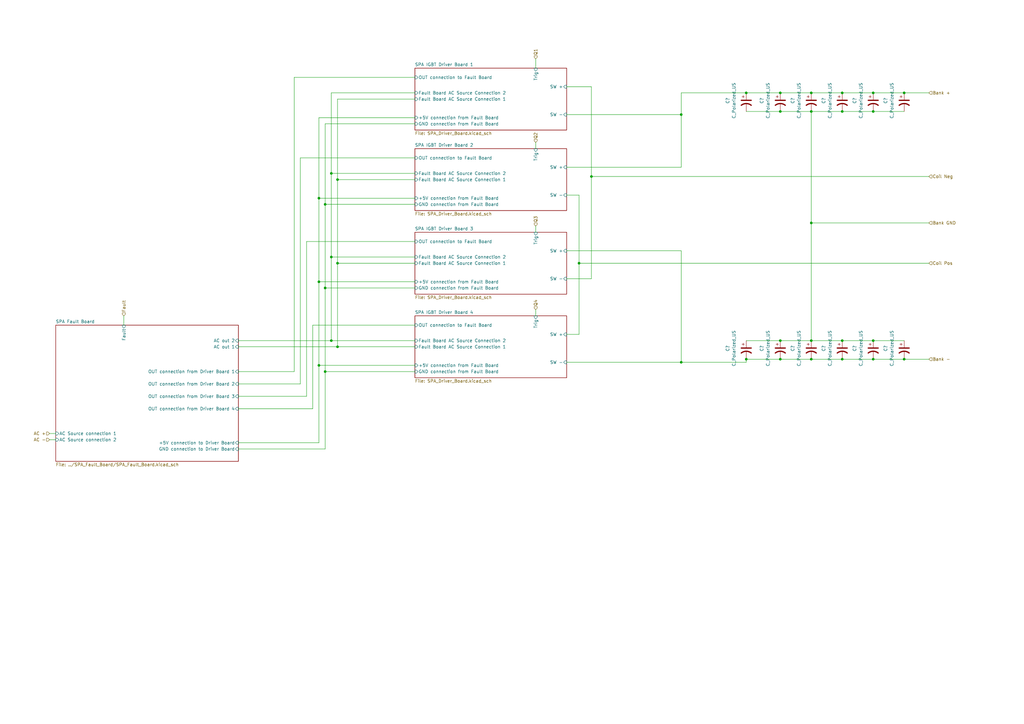
<source format=kicad_sch>
(kicad_sch (version 20231120) (generator "eeschema") (generator_version "8.0")
  (paper "A3")
  (lib_symbols
    (symbol "Device:C_Polarized_US" (pin_numbers hide) (pin_names (offset 0.254) hide)
      (property "Reference" "C" (at 0.635 2.54 0))
      (property "Value" "C_Polarized_US" (at 0.635 -2.54 0))
      (symbol "C_Polarized_US_0_1"
        (polyline (pts (xy -2.032 0.762) (xy 2.032 0.762)) (stroke (width 0.508)))
        (polyline (pts (xy -1.778 2.286) (xy -0.762 2.286)))
        (polyline (pts (xy -1.27 1.778) (xy -1.27 2.794)))
        (arc (start 2.032 -1.27) (mid 0 -0.5572) (end -2.032 -1.27) (stroke (width 0.508)))
      )
      (symbol "C_Polarized_US_1_1"
        (pin passive line (at 0 3.81 270) (length 2.794) (name "~") (number "1"))
        (pin passive line (at 0 -3.81 90) (length 3.302) (name "~") (number "2"))
      )
    )
  )
  (junction (at 332.74 91.44))
  (junction (at 242.57 72.39))
  (junction (at 130.81 81.28))
  (junction (at 237.49 107.95))
  (junction (at 358.14 147.32))
  (junction (at 135.89 71.12))
  (junction (at 279.4 46.99))
  (junction (at 138.43 107.95))
  (junction (at 320.04 45.72))
  (junction (at 306.07 147.32))
  (junction (at 130.81 115.57))
  (junction (at 370.84 147.32))
  (junction (at 306.07 38.1))
  (junction (at 133.35 118.11))
  (junction (at 133.35 83.82))
  (junction (at 345.44 147.32))
  (junction (at 279.4 148.59))
  (junction (at 332.74 147.32))
  (junction (at 138.43 73.66))
  (junction (at 133.35 152.4))
  (junction (at 138.43 142.24))
  (junction (at 358.14 38.1))
  (junction (at 320.04 139.7))
  (junction (at 320.04 38.1))
  (junction (at 332.74 45.72))
  (junction (at 130.81 149.86))
  (junction (at 135.89 139.7))
  (junction (at 345.44 38.1))
  (junction (at 358.14 45.72))
  (junction (at 135.89 105.41))
  (junction (at 345.44 139.7))
  (junction (at 320.04 147.32))
  (junction (at 332.74 139.7))
  (junction (at 370.84 38.1))
  (junction (at 358.14 139.7))
  (junction (at 345.44 45.72))
  (junction (at 332.74 38.1))
  (wire (pts (xy 232.41 114.3) (xy 242.57 114.3)))
  (wire (pts (xy 370.84 147.32) (xy 381 147.32)))
  (wire (pts (xy 219.71 24.13) (xy 219.71 27.94)))
  (wire (pts (xy 306.07 148.59) (xy 306.07 147.32)))
  (wire (pts (xy 232.41 102.87) (xy 279.4 102.87)))
  (wire (pts (xy 128.27 133.35) (xy 170.18 133.35)))
  (wire (pts (xy 170.18 71.12) (xy 135.89 71.12)))
  (wire (pts (xy 345.44 139.7) (xy 358.14 139.7)))
  (wire (pts (xy 279.4 102.87) (xy 279.4 148.59)))
  (wire (pts (xy 219.71 92.71) (xy 219.71 95.25)))
  (wire (pts (xy 332.74 45.72) (xy 345.44 45.72)))
  (wire (pts (xy 345.44 38.1) (xy 358.14 38.1)))
  (wire (pts (xy 170.18 38.1) (xy 135.89 38.1)))
  (wire (pts (xy 237.49 107.95) (xy 381 107.95)))
  (wire (pts (xy 332.74 139.7) (xy 345.44 139.7)))
  (wire (pts (xy 332.74 45.72) (xy 332.74 91.44)))
  (wire (pts (xy 332.74 91.44) (xy 381 91.44)))
  (wire (pts (xy 242.57 72.39) (xy 242.57 114.3)))
  (wire (pts (xy 279.4 38.1) (xy 279.4 46.99)))
  (wire (pts (xy 22.86 180.34) (xy 20.32 180.34)))
  (wire (pts (xy 133.35 152.4) (xy 133.35 118.11)))
  (wire (pts (xy 97.79 157.48) (xy 123.19 157.48)))
  (wire (pts (xy 123.19 64.77) (xy 170.18 64.77)))
  (wire (pts (xy 320.04 38.1) (xy 332.74 38.1)))
  (wire (pts (xy 130.81 48.26) (xy 130.81 81.28)))
  (wire (pts (xy 170.18 83.82) (xy 133.35 83.82)))
  (wire (pts (xy 123.19 157.48) (xy 123.19 64.77)))
  (wire (pts (xy 232.41 68.58) (xy 279.4 68.58)))
  (wire (pts (xy 279.4 38.1) (xy 306.07 38.1)))
  (wire (pts (xy 219.71 58.42) (xy 219.71 60.96)))
  (wire (pts (xy 170.18 31.75) (xy 120.65 31.75)))
  (wire (pts (xy 232.41 148.59) (xy 279.4 148.59)))
  (wire (pts (xy 242.57 35.56) (xy 242.57 72.39)))
  (wire (pts (xy 20.32 177.8) (xy 22.86 177.8)))
  (wire (pts (xy 135.89 38.1) (xy 135.89 71.12)))
  (wire (pts (xy 130.81 149.86) (xy 130.81 115.57)))
  (wire (pts (xy 370.84 38.1) (xy 381 38.1)))
  (wire (pts (xy 138.43 40.64) (xy 138.43 73.66)))
  (wire (pts (xy 279.4 46.99) (xy 279.4 68.58)))
  (wire (pts (xy 133.35 83.82) (xy 133.35 118.11)))
  (wire (pts (xy 358.14 139.7) (xy 370.84 139.7)))
  (wire (pts (xy 130.81 115.57) (xy 170.18 115.57)))
  (wire (pts (xy 232.41 46.99) (xy 279.4 46.99)))
  (wire (pts (xy 332.74 38.1) (xy 345.44 38.1)))
  (wire (pts (xy 138.43 142.24) (xy 170.18 142.24)))
  (wire (pts (xy 97.79 139.7) (xy 135.89 139.7)))
  (wire (pts (xy 237.49 80.01) (xy 232.41 80.01)))
  (wire (pts (xy 358.14 147.32) (xy 370.84 147.32)))
  (wire (pts (xy 358.14 38.1) (xy 370.84 38.1)))
  (wire (pts (xy 306.07 147.32) (xy 320.04 147.32)))
  (wire (pts (xy 332.74 147.32) (xy 345.44 147.32)))
  (wire (pts (xy 130.81 181.61) (xy 130.81 149.86)))
  (wire (pts (xy 219.71 127) (xy 219.71 129.54)))
  (wire (pts (xy 135.89 71.12) (xy 135.89 105.41)))
  (wire (pts (xy 135.89 105.41) (xy 135.89 139.7)))
  (wire (pts (xy 133.35 152.4) (xy 133.35 184.15)))
  (wire (pts (xy 133.35 184.15) (xy 97.79 184.15)))
  (wire (pts (xy 125.73 99.06) (xy 125.73 162.56)))
  (wire (pts (xy 170.18 48.26) (xy 130.81 48.26)))
  (wire (pts (xy 133.35 50.8) (xy 133.35 83.82)))
  (wire (pts (xy 358.14 45.72) (xy 370.84 45.72)))
  (wire (pts (xy 170.18 40.64) (xy 138.43 40.64)))
  (wire (pts (xy 320.04 45.72) (xy 332.74 45.72)))
  (wire (pts (xy 242.57 35.56) (xy 232.41 35.56)))
  (wire (pts (xy 138.43 107.95) (xy 138.43 142.24)))
  (wire (pts (xy 320.04 147.32) (xy 332.74 147.32)))
  (wire (pts (xy 120.65 152.4) (xy 97.79 152.4)))
  (wire (pts (xy 138.43 142.24) (xy 97.79 142.24)))
  (wire (pts (xy 237.49 137.16) (xy 237.49 107.95)))
  (wire (pts (xy 135.89 139.7) (xy 170.18 139.7)))
  (wire (pts (xy 232.41 137.16) (xy 237.49 137.16)))
  (wire (pts (xy 170.18 152.4) (xy 133.35 152.4)))
  (wire (pts (xy 170.18 99.06) (xy 125.73 99.06)))
  (wire (pts (xy 120.65 31.75) (xy 120.65 152.4)))
  (wire (pts (xy 130.81 149.86) (xy 170.18 149.86)))
  (wire (pts (xy 306.07 45.72) (xy 320.04 45.72)))
  (wire (pts (xy 50.8 129.54) (xy 50.8 133.35)))
  (wire (pts (xy 306.07 139.7) (xy 320.04 139.7)))
  (wire (pts (xy 128.27 167.64) (xy 128.27 133.35)))
  (wire (pts (xy 320.04 139.7) (xy 332.74 139.7)))
  (wire (pts (xy 125.73 162.56) (xy 97.79 162.56)))
  (wire (pts (xy 345.44 147.32) (xy 358.14 147.32)))
  (wire (pts (xy 170.18 81.28) (xy 130.81 81.28)))
  (wire (pts (xy 279.4 148.59) (xy 306.07 148.59)))
  (wire (pts (xy 170.18 73.66) (xy 138.43 73.66)))
  (wire (pts (xy 97.79 181.61) (xy 130.81 181.61)))
  (wire (pts (xy 133.35 118.11) (xy 170.18 118.11)))
  (wire (pts (xy 237.49 107.95) (xy 237.49 80.01)))
  (wire (pts (xy 138.43 73.66) (xy 138.43 107.95)))
  (wire (pts (xy 345.44 45.72) (xy 358.14 45.72)))
  (wire (pts (xy 332.74 91.44) (xy 332.74 139.7)))
  (wire (pts (xy 170.18 105.41) (xy 135.89 105.41)))
  (wire (pts (xy 170.18 50.8) (xy 133.35 50.8)))
  (wire (pts (xy 97.79 167.64) (xy 128.27 167.64)))
  (wire (pts (xy 130.81 81.28) (xy 130.81 115.57)))
  (wire (pts (xy 138.43 107.95) (xy 170.18 107.95)))
  (wire (pts (xy 306.07 38.1) (xy 320.04 38.1)))
  (wire (pts (xy 242.57 72.39) (xy 381 72.39)))
  (hierarchical_label "Q1" (shape input) (at 219.71 24.13 90))
  (hierarchical_label "AC +" (shape input) (at 20.32 177.8 180))
  (hierarchical_label "Q3" (shape input) (at 219.71 92.71 90))
  (hierarchical_label "Bank GND" (shape input) (at 381 91.44 0))
  (hierarchical_label "Q4" (shape input) (at 219.71 127 90))
  (hierarchical_label "Coil Neg" (shape input) (at 381 72.39 0))
  (hierarchical_label "Q2" (shape input) (at 219.71 58.42 90))
  (hierarchical_label "Coil Pos" (shape input) (at 381 107.95 0))
  (hierarchical_label "Fault" (shape input) (at 50.8 129.54 90))
  (hierarchical_label "Bank +" (shape input) (at 381 38.1 0))
  (hierarchical_label "Bank -" (shape input) (at 381 147.32 0))
  (hierarchical_label "AC -" (shape input) (at 20.32 180.34 180))
  (symbol (lib_id "Device:C_Polarized_US") (at 332.74 41.91 0) (unit 1)
    (property "Reference" "C?" (at 325.12 41.275 90))
    (property "Value" "C_Polarized_US" (at 327.66 41.275 90))
    (property "Description" "Polarized capacitor, US symbol" (effects (hide yes)))
  )
  (symbol (lib_id "Device:C_Polarized_US") (at 358.14 143.51 0) (unit 1)
    (property "Reference" "C?" (at 350.52 142.875 90))
    (property "Value" "C_Polarized_US" (at 353.06 142.875 90))
    (property "Description" "Polarized capacitor, US symbol" (effects (hide yes)))
  )
  (symbol (lib_id "Device:C_Polarized_US") (at 370.84 143.51 0) (unit 1)
    (property "Reference" "C?" (at 363.22 142.875 90))
    (property "Value" "C_Polarized_US" (at 365.76 142.875 90))
    (property "Description" "Polarized capacitor, US symbol" (effects (hide yes)))
  )
  (symbol (lib_id "Device:C_Polarized_US") (at 306.07 41.91 0) (unit 1)
    (property "Reference" "C?" (at 298.45 41.275 90))
    (property "Value" "C_Polarized_US" (at 300.99 41.275 90))
    (property "Description" "Polarized capacitor, US symbol" (effects (hide yes)))
  )
  (symbol (lib_id "Device:C_Polarized_US") (at 358.14 41.91 0) (unit 1)
    (property "Reference" "C?" (at 350.52 41.275 90))
    (property "Value" "C_Polarized_US" (at 353.06 41.275 90))
    (property "Description" "Polarized capacitor, US symbol" (effects (hide yes)))
  )
  (symbol (lib_id "Device:C_Polarized_US") (at 320.04 41.91 0) (unit 1)
    (property "Reference" "C?" (at 312.42 41.275 90))
    (property "Value" "C_Polarized_US" (at 314.96 41.275 90))
    (property "Description" "Polarized capacitor, US symbol" (effects (hide yes)))
  )
  (symbol (lib_id "Device:C_Polarized_US") (at 345.44 143.51 0) (unit 1)
    (property "Reference" "C?" (at 337.82 142.875 90))
    (property "Value" "C_Polarized_US" (at 340.36 142.875 90))
    (property "Description" "Polarized capacitor, US symbol" (effects (hide yes)))
  )
  (symbol (lib_id "Device:C_Polarized_US") (at 306.07 143.51 0) (unit 1)
    (property "Reference" "C?" (at 298.45 142.875 90))
    (property "Value" "C_Polarized_US" (at 300.99 142.875 90))
    (property "Description" "Polarized capacitor, US symbol" (effects (hide yes)))
  )
  (symbol (lib_id "Device:C_Polarized_US") (at 332.74 143.51 0) (unit 1)
    (property "Reference" "C?" (at 325.12 142.875 90))
    (property "Value" "C_Polarized_US" (at 327.66 142.875 90))
    (property "Description" "Polarized capacitor, US symbol" (effects (hide yes)))
  )
  (symbol (lib_id "Device:C_Polarized_US") (at 320.04 143.51 0) (unit 1)
    (property "Reference" "C?" (at 312.42 142.875 90))
    (property "Value" "C_Polarized_US" (at 314.96 142.875 90))
    (property "Description" "Polarized capacitor, US symbol" (effects (hide yes)))
  )
  (symbol (lib_id "Device:C_Polarized_US") (at 370.84 41.91 0) (unit 1)
    (property "Reference" "C?" (at 363.22 41.275 90))
    (property "Value" "C_Polarized_US" (at 365.76 41.275 90))
    (property "Description" "Polarized capacitor, US symbol" (effects (hide yes)))
  )
  (symbol (lib_id "Device:C_Polarized_US") (at 345.44 41.91 0) (unit 1)
    (property "Reference" "C?" (at 337.82 41.275 90))
    (property "Value" "C_Polarized_US" (at 340.36 41.275 90))
    (property "Description" "Polarized capacitor, US symbol" (effects (hide yes)))
  )
  (sheet (at 170.18 129.54) (size 62.23 25.4) (stroke (width 0.1524))
    (property "Sheetname" "SPA IGBT Driver Board 4" (at 170.18 128.8284 0) (effects (justify left bottom)))
    (property "Sheetfile" "SPA_Driver_Board.kicad_sch" (at 170.18 155.5246 0) (effects (justify left top)))
    (pin "GND connection from Fault Board" input (at 170.18 152.4 180))
    (pin "OUT connection to Fault Board" input (at 170.18 133.35 180))
    (pin "+5V connection from Fault Board" input (at 170.18 149.86 180))
    (pin "Fault Board AC Source Connection 1" input (at 170.18 142.24 180))
    (pin "Fault Board AC Source Connection 2" input (at 170.18 139.7 180))
    (pin "Trig" input (at 219.71 129.54 90))
    (pin "SW -" input (at 232.41 148.59 0))
    (pin "SW +" input (at 232.41 137.16 0))
  )
  (sheet (at 170.18 95.25) (size 62.23 25.4) (stroke (width 0.1524))
    (property "Sheetname" "SPA IGBT Driver Board 3" (at 170.18 94.5384 0) (effects (justify left bottom)))
    (property "Sheetfile" "SPA_Driver_Board.kicad_sch" (at 170.18 121.2346 0) (effects (justify left top)))
    (pin "GND connection from Fault Board" input (at 170.18 118.11 180))
    (pin "OUT connection to Fault Board" input (at 170.18 99.06 180))
    (pin "+5V connection from Fault Board" input (at 170.18 115.57 180))
    (pin "Fault Board AC Source Connection 1" input (at 170.18 107.95 180))
    (pin "Fault Board AC Source Connection 2" input (at 170.18 105.41 180))
    (pin "Trig" input (at 219.71 95.25 90))
    (pin "SW -" input (at 232.41 114.3 0))
    (pin "SW +" input (at 232.41 102.87 0))
  )
  (sheet (at 22.86 133.35) (size 74.93 55.88) (stroke (width 0.1524))
    (property "Sheetname" "SPA Fault Board" (at 22.86 132.6384 0) (effects (justify left bottom)))
    (property "Sheetfile" "../SPA_Fault_Board/SPA_Fault_Board.kicad_sch" (at 22.86 189.8146 0) (effects (justify left top)))
    (pin "OUT connection from Driver Board 4" input (at 97.79 167.64 0))
    (pin "OUT connection from Driver Board 1" input (at 97.79 152.4 0))
    (pin "OUT connection from Driver Board 2" input (at 97.79 157.48 0))
    (pin "OUT connection from Driver Board 3" input (at 97.79 162.56 0))
    (pin "GND connection to Driver Board" input (at 97.79 184.15 0))
    (pin "+5V connection to Driver Board" input (at 97.79 181.61 0))
    (pin "AC Source connection 2" input (at 22.86 180.34 180))
    (pin "AC out 2" input (at 97.79 139.7 0))
    (pin "AC Source connection 1" input (at 22.86 177.8 180))
    (pin "AC out 1" input (at 97.79 142.24 0))
    (pin "Fault" input (at 50.8 133.35 90))
  )
  (sheet (at 170.18 27.94) (size 62.23 25.4) (stroke (width 0.1524))
    (property "Sheetname" "SPA IGBT Driver Board 1" (at 170.18 27.2284 0) (effects (justify left bottom)))
    (property "Sheetfile" "SPA_Driver_Board.kicad_sch" (at 170.18 53.9246 0) (effects (justify left top)))
    (pin "GND connection from Fault Board" input (at 170.18 50.8 180))
    (pin "OUT connection to Fault Board" input (at 170.18 31.75 180))
    (pin "+5V connection from Fault Board" input (at 170.18 48.26 180))
    (pin "Fault Board AC Source Connection 1" input (at 170.18 40.64 180))
    (pin "Fault Board AC Source Connection 2" input (at 170.18 38.1 180))
    (pin "Trig" input (at 219.71 27.94 90))
    (pin "SW -" input (at 232.41 46.99 0))
    (pin "SW +" input (at 232.41 35.56 0))
  )
  (sheet (at 170.18 60.96) (size 62.23 25.4) (stroke (width 0.1524))
    (property "Sheetname" "SPA IGBT Driver Board 2" (at 170.18 60.2484 0) (effects (justify left bottom)))
    (property "Sheetfile" "SPA_Driver_Board.kicad_sch" (at 170.18 86.9446 0) (effects (justify left top)))
    (pin "GND connection from Fault Board" input (at 170.18 83.82 180))
    (pin "OUT connection to Fault Board" input (at 170.18 64.77 180))
    (pin "+5V connection from Fault Board" input (at 170.18 81.28 180))
    (pin "Fault Board AC Source Connection 1" input (at 170.18 73.66 180))
    (pin "Fault Board AC Source Connection 2" input (at 170.18 71.12 180))
    (pin "Trig" input (at 219.71 60.96 90))
    (pin "SW -" input (at 232.41 80.01 0))
    (pin "SW +" input (at 232.41 68.58 0))
  )
)
</source>
